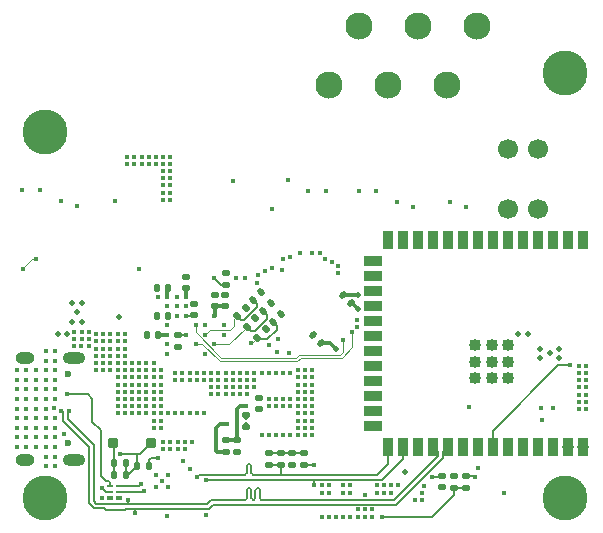
<source format=gbr>
%TF.GenerationSoftware,KiCad,Pcbnew,9.0.1*%
%TF.CreationDate,2025-05-01T00:05:03-04:00*%
%TF.ProjectId,main_board,6d61696e-5f62-46f6-9172-642e6b696361,rev?*%
%TF.SameCoordinates,Original*%
%TF.FileFunction,Copper,L6,Bot*%
%TF.FilePolarity,Positive*%
%FSLAX46Y46*%
G04 Gerber Fmt 4.6, Leading zero omitted, Abs format (unit mm)*
G04 Created by KiCad (PCBNEW 9.0.1) date 2025-05-01 00:05:03*
%MOMM*%
%LPD*%
G01*
G04 APERTURE LIST*
G04 Aperture macros list*
%AMRoundRect*
0 Rectangle with rounded corners*
0 $1 Rounding radius*
0 $2 $3 $4 $5 $6 $7 $8 $9 X,Y pos of 4 corners*
0 Add a 4 corners polygon primitive as box body*
4,1,4,$2,$3,$4,$5,$6,$7,$8,$9,$2,$3,0*
0 Add four circle primitives for the rounded corners*
1,1,$1+$1,$2,$3*
1,1,$1+$1,$4,$5*
1,1,$1+$1,$6,$7*
1,1,$1+$1,$8,$9*
0 Add four rect primitives between the rounded corners*
20,1,$1+$1,$2,$3,$4,$5,0*
20,1,$1+$1,$4,$5,$6,$7,0*
20,1,$1+$1,$6,$7,$8,$9,0*
20,1,$1+$1,$8,$9,$2,$3,0*%
G04 Aperture macros list end*
%TA.AperFunction,ComponentPad*%
%ADD10C,3.800000*%
%TD*%
%TA.AperFunction,SMDPad,CuDef*%
%ADD11RoundRect,0.135000X-0.185000X0.135000X-0.185000X-0.135000X0.185000X-0.135000X0.185000X0.135000X0*%
%TD*%
%TA.AperFunction,ComponentPad*%
%ADD12C,0.600000*%
%TD*%
%TA.AperFunction,ComponentPad*%
%ADD13O,1.900000X1.000000*%
%TD*%
%TA.AperFunction,ComponentPad*%
%ADD14O,1.600000X1.000000*%
%TD*%
%TA.AperFunction,ComponentPad*%
%ADD15C,2.300000*%
%TD*%
%TA.AperFunction,SMDPad,CuDef*%
%ADD16RoundRect,0.135000X-0.035355X0.226274X-0.226274X0.035355X0.035355X-0.226274X0.226274X-0.035355X0*%
%TD*%
%TA.AperFunction,SMDPad,CuDef*%
%ADD17RoundRect,0.140000X0.170000X-0.140000X0.170000X0.140000X-0.170000X0.140000X-0.170000X-0.140000X0*%
%TD*%
%TA.AperFunction,SMDPad,CuDef*%
%ADD18RoundRect,0.140000X0.021213X-0.219203X0.219203X-0.021213X-0.021213X0.219203X-0.219203X0.021213X0*%
%TD*%
%TA.AperFunction,SMDPad,CuDef*%
%ADD19R,0.900000X1.500000*%
%TD*%
%TA.AperFunction,SMDPad,CuDef*%
%ADD20R,1.500000X0.900000*%
%TD*%
%TA.AperFunction,SMDPad,CuDef*%
%ADD21R,0.900000X0.900000*%
%TD*%
%TA.AperFunction,SMDPad,CuDef*%
%ADD22RoundRect,0.135000X0.185000X-0.135000X0.185000X0.135000X-0.185000X0.135000X-0.185000X-0.135000X0*%
%TD*%
%TA.AperFunction,SMDPad,CuDef*%
%ADD23RoundRect,0.181818X-0.268182X-0.218182X0.268182X-0.218182X0.268182X0.218182X-0.268182X0.218182X0*%
%TD*%
%TA.AperFunction,SMDPad,CuDef*%
%ADD24RoundRect,0.181818X0.268182X0.218182X-0.268182X0.218182X-0.268182X-0.218182X0.268182X-0.218182X0*%
%TD*%
%TA.AperFunction,SMDPad,CuDef*%
%ADD25RoundRect,0.140000X-0.140000X-0.170000X0.140000X-0.170000X0.140000X0.170000X-0.140000X0.170000X0*%
%TD*%
%TA.AperFunction,SMDPad,CuDef*%
%ADD26RoundRect,0.140000X-0.170000X0.140000X-0.170000X-0.140000X0.170000X-0.140000X0.170000X0.140000X0*%
%TD*%
%TA.AperFunction,SMDPad,CuDef*%
%ADD27RoundRect,0.135000X-0.135000X-0.185000X0.135000X-0.185000X0.135000X0.185000X-0.135000X0.185000X0*%
%TD*%
%TA.AperFunction,SMDPad,CuDef*%
%ADD28RoundRect,0.140000X0.219203X0.021213X0.021213X0.219203X-0.219203X-0.021213X-0.021213X-0.219203X0*%
%TD*%
%TA.AperFunction,SMDPad,CuDef*%
%ADD29RoundRect,0.140000X-0.219203X-0.021213X-0.021213X-0.219203X0.219203X0.021213X0.021213X0.219203X0*%
%TD*%
%TA.AperFunction,SMDPad,CuDef*%
%ADD30RoundRect,0.140000X0.140000X0.170000X-0.140000X0.170000X-0.140000X-0.170000X0.140000X-0.170000X0*%
%TD*%
%TA.AperFunction,SMDPad,CuDef*%
%ADD31R,0.565000X0.200000*%
%TD*%
%TA.AperFunction,SMDPad,CuDef*%
%ADD32R,0.565000X0.400000*%
%TD*%
%TA.AperFunction,ComponentPad*%
%ADD33C,1.700000*%
%TD*%
%TA.AperFunction,ViaPad*%
%ADD34C,0.400000*%
%TD*%
%TA.AperFunction,ViaPad*%
%ADD35C,1.000000*%
%TD*%
%TA.AperFunction,ViaPad*%
%ADD36C,0.500000*%
%TD*%
%TA.AperFunction,ViaPad*%
%ADD37C,0.350000*%
%TD*%
%TA.AperFunction,Conductor*%
%ADD38C,0.304800*%
%TD*%
%TA.AperFunction,Conductor*%
%ADD39C,0.100000*%
%TD*%
%TA.AperFunction,Conductor*%
%ADD40C,0.203200*%
%TD*%
%TA.AperFunction,Conductor*%
%ADD41C,0.158242*%
%TD*%
%TA.AperFunction,Conductor*%
%ADD42C,0.076200*%
%TD*%
G04 APERTURE END LIST*
D10*
%TO.P,REF\u002A\u002A,1*%
%TO.N,N/C*%
X117000000Y-112000000D03*
%TD*%
D11*
%TO.P,R43,2*%
%TO.N,/MCU/PD_SCL*%
X136956800Y-109222000D03*
%TO.P,R43,1*%
%TO.N,+3V3*%
X136956800Y-108202000D03*
%TD*%
%TO.P,R42,1*%
%TO.N,+3V3*%
X138887200Y-108202000D03*
%TO.P,R42,2*%
%TO.N,/MCU/PD_SDA*%
X138887200Y-109222000D03*
%TD*%
%TO.P,R41,2*%
%TO.N,/MCU/PD_SCL*%
X135991600Y-109222000D03*
%TO.P,R41,1*%
%TO.N,+3V3*%
X135991600Y-108202000D03*
%TD*%
%TO.P,R40,1*%
%TO.N,+3V3*%
X137922000Y-108202000D03*
%TO.P,R40,2*%
%TO.N,/MCU/PD_SDA*%
X137922000Y-109222000D03*
%TD*%
D10*
%TO.P,REF\u002A\u002A,1*%
%TO.N,N/C*%
X161000000Y-76000000D03*
%TD*%
%TO.P,REF\u002A\u002A,1*%
%TO.N,N/C*%
X161000000Y-112000000D03*
%TD*%
%TO.P,REF\u002A\u002A,1*%
%TO.N,N/C*%
X117000000Y-81000000D03*
%TD*%
D12*
%TO.P,USB1,*%
%TO.N,*%
X118962800Y-101554800D03*
X118962800Y-107334800D03*
D13*
%TO.P,USB1,1*%
%TO.N,GND*%
X119462800Y-100124800D03*
%TO.P,USB1,2*%
X119462800Y-108764800D03*
D14*
%TO.P,USB1,3*%
X115282800Y-108764800D03*
%TO.P,USB1,4*%
X115282800Y-100124800D03*
%TD*%
D15*
%TO.P,CN3,1,1*%
%TO.N,/Motor/Gate Driver/H_BRIDGE_SHA*%
X141070000Y-77074400D03*
X143570000Y-72074400D03*
%TO.P,CN3,2,2*%
%TO.N,/Motor/Gate Driver/H_BRIDGE_SHB*%
X146070000Y-77074400D03*
X148570000Y-72074400D03*
%TO.P,CN3,3,3*%
%TO.N,/Motor/Gate Driver/H_BRIDGE_SHC*%
X151070000Y-77074400D03*
X153570000Y-72074400D03*
%TD*%
D16*
%TO.P,R31,1*%
%TO.N,Net-(U8-SOA)*%
X135708013Y-97717987D03*
%TO.P,R31,2*%
%TO.N,/Motor/Gate Driver/MOTOR_C_CURRENT_SENSE*%
X134986765Y-98439235D03*
%TD*%
D17*
%TO.P,C30,1*%
%TO.N,+3V3*%
X132270800Y-95783600D03*
%TO.P,C30,2*%
%TO.N,GND*%
X132270800Y-94823600D03*
%TD*%
D18*
%TO.P,C74,1*%
%TO.N,/Motor/Gate Driver/MOTOR_A_CURRENT_SENSE*%
X134601578Y-95268422D03*
%TO.P,C74,2*%
%TO.N,GND*%
X135280400Y-94589600D03*
%TD*%
D17*
%TO.P,C54,1*%
%TO.N,Net-(U3-SW)*%
X134023100Y-105979789D03*
%TO.P,C54,2*%
%TO.N,Net-(U3-BST)*%
X134023100Y-105019789D03*
%TD*%
%TO.P,C48,1*%
%TO.N,+3V3*%
X129603200Y-96504400D03*
%TO.P,C48,2*%
%TO.N,GND*%
X129603200Y-95544400D03*
%TD*%
D11*
%TO.P,R21,1*%
%TO.N,/MCU/STM32_EN*%
X128270000Y-98194400D03*
%TO.P,R21,2*%
%TO.N,GND*%
X128270000Y-99214400D03*
%TD*%
D18*
%TO.P,C58,1*%
%TO.N,/Motor/Gate Driver/MOTOR_C_CURRENT_SENSE*%
X136328778Y-97097222D03*
%TO.P,C58,2*%
%TO.N,GND*%
X137007600Y-96418400D03*
%TD*%
D17*
%TO.P,C51,1*%
%TO.N,+3V3*%
X131356400Y-95783600D03*
%TO.P,C51,2*%
%TO.N,GND*%
X131356400Y-94823600D03*
%TD*%
D16*
%TO.P,R32,1*%
%TO.N,Net-(U8-SOB)*%
X134793613Y-96803587D03*
%TO.P,R32,2*%
%TO.N,/Motor/Gate Driver/MOTOR_B_CURRENT_SENSE*%
X134072365Y-97524835D03*
%TD*%
D18*
%TO.P,C73,1*%
%TO.N,/Motor/Gate Driver/MOTOR_B_CURRENT_SENSE*%
X135414378Y-96182822D03*
%TO.P,C73,2*%
%TO.N,GND*%
X136093200Y-95504000D03*
%TD*%
D19*
%TO.P,U6,1,GND*%
%TO.N,GND*%
X162536800Y-107708400D03*
%TO.P,U6,2,3V3*%
%TO.N,+3V3*%
X161266800Y-107708400D03*
%TO.P,U6,3,EN*%
%TO.N,Net-(U6-EN)*%
X159996800Y-107708400D03*
%TO.P,U6,4,IO4*%
%TO.N,/MCU/EN_12V*%
X158726800Y-107708400D03*
%TO.P,U6,5,IO5*%
%TO.N,/MCU/PD_INT_N*%
X157456800Y-107708400D03*
%TO.P,U6,6,IO6*%
%TO.N,/MCU/PD_FAULT*%
X156186800Y-107708400D03*
%TO.P,U6,7,IO7*%
%TO.N,/CAN Transceiver1/CAN_RX*%
X154916800Y-107708400D03*
%TO.P,U6,8,IO15*%
%TO.N,/CAN Transceiver1/CAN_TX*%
X153646800Y-107708400D03*
%TO.P,U6,9,IO16*%
%TO.N,/Expansion Port/EXPANSION_IO16*%
X152376800Y-107708400D03*
%TO.P,U6,10,IO17*%
%TO.N,/MCU/USB_D-*%
X151106800Y-107708400D03*
%TO.P,U6,11,IO18*%
%TO.N,/MCU/USB_D+*%
X149836800Y-107708400D03*
%TO.P,U6,12,IO8*%
%TO.N,/Expansion Port/EXPANSION_IO8*%
X148566800Y-107708400D03*
%TO.P,U6,13,IO19*%
%TO.N,/MCU/PD_SDA*%
X147296800Y-107708400D03*
%TO.P,U6,14,IO20*%
%TO.N,/MCU/PD_SCL*%
X146026800Y-107708400D03*
D20*
%TO.P,U6,15,IO3*%
%TO.N,/Expansion Port/EXPANSION_IO3*%
X144776800Y-105943400D03*
%TO.P,U6,16,IO46*%
%TO.N,/Expansion Port/EXPANSION_IO46*%
X144776800Y-104673400D03*
%TO.P,U6,17,IO9*%
%TO.N,/Expansion Port/EXPANSION_IO9*%
X144776800Y-103403400D03*
%TO.P,U6,18,IO10*%
%TO.N,/Expansion Port/EXPANSION_IO10*%
X144776800Y-102133400D03*
%TO.P,U6,19,IO11*%
%TO.N,/Expansion Port/EXPANSION_IO11*%
X144776800Y-100863400D03*
%TO.P,U6,20,IO12*%
%TO.N,/Expansion Port/EXPANSION_IO12*%
X144776800Y-99593400D03*
%TO.P,U6,21,IO13*%
%TO.N,/Expansion Port/EXPANSION_IO13*%
X144776800Y-98323400D03*
%TO.P,U6,22,IO14*%
%TO.N,/Expansion Port/EXPANSION_IO14*%
X144776800Y-97053400D03*
%TO.P,U6,23,IO21*%
%TO.N,/Expansion Port/EXPANSION_IO21*%
X144776800Y-95783400D03*
%TO.P,U6,24,IO47*%
%TO.N,/Expansion Port/EXPANSION_IO47*%
X144776800Y-94513400D03*
%TO.P,U6,25,IO48*%
%TO.N,/Expansion Port/EXPANSION_IO48*%
X144776800Y-93243400D03*
%TO.P,U6,26,IO45*%
%TO.N,/Expansion Port/EXPANSION_IO45*%
X144776800Y-91973400D03*
D19*
%TO.P,U6,27,IO0*%
%TO.N,Net-(U6-IO0)*%
X146026800Y-90208400D03*
%TO.P,U6,28,IO35*%
%TO.N,/Expansion Port/EXPANSION_IO35*%
X147296800Y-90208400D03*
%TO.P,U6,29,IO36*%
%TO.N,/Expansion Port/EXPANSION_IO36*%
X148566800Y-90208400D03*
%TO.P,U6,30,IO37*%
%TO.N,/Expansion Port/EXPANSION_IO37*%
X149836800Y-90208400D03*
%TO.P,U6,31,IO38*%
%TO.N,/Expansion Port/EXPANSION_IO38*%
X151106800Y-90208400D03*
%TO.P,U6,32,IO39*%
%TO.N,/MCU/STM32_EN*%
X152376800Y-90208400D03*
%TO.P,U6,33,IO40*%
%TO.N,/Expansion Port/EXPANSION_IO40*%
X153646800Y-90208400D03*
%TO.P,U6,34,IO41*%
%TO.N,/Expansion Port/EXPANSION_IO41*%
X154916800Y-90208400D03*
%TO.P,U6,35,IO42*%
%TO.N,/Expansion Port/EXPANSION_IO42*%
X156186800Y-90208400D03*
%TO.P,U6,36,RXD0*%
%TO.N,unconnected-(U6-RXD0-Pad36)*%
X157456800Y-90208400D03*
%TO.P,U6,37,TXD0*%
%TO.N,unconnected-(U6-TXD0-Pad37)*%
X158726800Y-90208400D03*
%TO.P,U6,38,IO2*%
%TO.N,/Expansion Port/EXPANSION_IO2*%
X159996800Y-90208400D03*
%TO.P,U6,39,IO1*%
%TO.N,/Expansion Port/EXPANSION_IO1*%
X161266800Y-90208400D03*
%TO.P,U6,40,GND*%
%TO.N,GND*%
X162536800Y-90208400D03*
D21*
%TO.P,U6,41_1,EPAD*%
X154816800Y-100458400D03*
%TO.P,U6,41_2,EPAD*%
X154816800Y-101858400D03*
%TO.P,U6,41_3,EPAD*%
X154816800Y-99058400D03*
%TO.P,U6,41_4,EPAD*%
X153416800Y-101858400D03*
%TO.P,U6,41_5,EPAD*%
X153416800Y-100458400D03*
%TO.P,U6,41_6,EPAD*%
X153416800Y-99058400D03*
%TO.P,U6,41_7,EPAD*%
X156216800Y-101858400D03*
%TO.P,U6,41_8,EPAD*%
X156216800Y-100458400D03*
%TO.P,U6,41_9,EPAD*%
X156216800Y-99058400D03*
%TD*%
D17*
%TO.P,C49,1*%
%TO.N,+3V3*%
X128968800Y-94218800D03*
%TO.P,C49,2*%
%TO.N,GND*%
X128968800Y-93258800D03*
%TD*%
D22*
%TO.P,R25,1*%
%TO.N,+3V3*%
X133280800Y-108112400D03*
%TO.P,R25,2*%
%TO.N,Net-(U3-FB)*%
X133280800Y-107092400D03*
%TD*%
D23*
%TO.P,D4,1,C*%
%TO.N,/Power/VBUS_IN*%
X122758400Y-107391200D03*
D24*
%TO.P,D4,2,A*%
%TO.N,Net-(D4-A)*%
X125958400Y-107391200D03*
%TD*%
D17*
%TO.P,C25,1*%
%TO.N,Net-(U3-SS)*%
X135128000Y-104518400D03*
%TO.P,C25,2*%
%TO.N,GND*%
X135128000Y-103558400D03*
%TD*%
D25*
%TO.P,C27,1*%
%TO.N,/Power/VBUS_IN*%
X122862400Y-109016800D03*
%TO.P,C27,2*%
%TO.N,Net-(D4-A)*%
X123822400Y-109016800D03*
%TD*%
D16*
%TO.P,R33,1*%
%TO.N,Net-(U8-SOC)*%
X133980813Y-95889187D03*
%TO.P,R33,2*%
%TO.N,/Motor/Gate Driver/MOTOR_A_CURRENT_SENSE*%
X133259565Y-96610435D03*
%TD*%
D26*
%TO.P,C55,1*%
%TO.N,Net-(U2-SW)*%
X150571200Y-110162400D03*
%TO.P,C55,2*%
%TO.N,Net-(U2-CB)*%
X150571200Y-111122400D03*
%TD*%
D27*
%TO.P,R11,1*%
%TO.N,/Power/VBUS_IN*%
X122830400Y-110032800D03*
%TO.P,R11,2*%
%TO.N,Net-(D4-A)*%
X123850400Y-110032800D03*
%TD*%
%TO.P,R36,1*%
%TO.N,Net-(D4-A)*%
X124762800Y-109321600D03*
%TO.P,R36,2*%
%TO.N,/Power/VBUS_SWITCH_GATE*%
X125782800Y-109321600D03*
%TD*%
D11*
%TO.P,R34,1*%
%TO.N,Net-(U3-FB)*%
X132283200Y-107082400D03*
%TO.P,R34,2*%
%TO.N,GND*%
X132283200Y-108102400D03*
%TD*%
%TO.P,R12,1*%
%TO.N,+12V*%
X151587200Y-110130400D03*
%TO.P,R12,2*%
%TO.N,Net-(U2-FB)*%
X151587200Y-111150400D03*
%TD*%
D28*
%TO.P,C26,1*%
%TO.N,Net-(U8-DVDD)*%
X140344211Y-98891411D03*
%TO.P,C26,2*%
%TO.N,GND*%
X139665389Y-98212589D03*
%TD*%
D29*
%TO.P,C21,1*%
%TO.N,Net-(U8-CPH)*%
X142205389Y-94859789D03*
%TO.P,C21,2*%
%TO.N,Net-(U8-CPL)*%
X142884211Y-95538611D03*
%TD*%
D30*
%TO.P,C46,1*%
%TO.N,+3V3*%
X127441600Y-96596400D03*
%TO.P,C46,2*%
%TO.N,GND*%
X126481600Y-96596400D03*
%TD*%
%TO.P,C50,1*%
%TO.N,+3V3*%
X126604000Y-98222000D03*
%TO.P,C50,2*%
%TO.N,GND*%
X125644000Y-98222000D03*
%TD*%
D11*
%TO.P,R17,1*%
%TO.N,+3V3*%
X132295600Y-92923600D03*
%TO.P,R17,2*%
%TO.N,/Motor/Gate Driver/GATE_DRIVER_NFAULT*%
X132295600Y-93943600D03*
%TD*%
D22*
%TO.P,R35,1*%
%TO.N,Net-(U2-FB)*%
X152603200Y-111150400D03*
%TO.P,R35,2*%
%TO.N,GND*%
X152603200Y-110130400D03*
%TD*%
D30*
%TO.P,C47,1*%
%TO.N,+3V3*%
X127441600Y-94195600D03*
%TO.P,C47,2*%
%TO.N,GND*%
X126481600Y-94195600D03*
%TD*%
D31*
%TO.P,D3,1*%
%TO.N,Net-(U1-CC1)*%
X123302700Y-111014000D03*
%TO.P,D3,2*%
%TO.N,Net-(U1-CC2)*%
X123302700Y-111514000D03*
D32*
%TO.P,D3,3,GND*%
%TO.N,GND*%
X123302700Y-112014000D03*
D31*
%TO.P,D3,4*%
%TO.N,/MCU/USB_D+*%
X123302700Y-112514000D03*
%TO.P,D3,5*%
%TO.N,/MCU/USB_D-*%
X123302700Y-113014000D03*
%TO.P,D3,6*%
X122467700Y-113014000D03*
%TO.P,D3,7*%
%TO.N,/MCU/USB_D+*%
X122467700Y-112514000D03*
D32*
%TO.P,D3,8,GND*%
%TO.N,GND*%
X122467700Y-112014000D03*
D31*
%TO.P,D3,9*%
%TO.N,Net-(U1-CC2)*%
X122467700Y-111514000D03*
%TO.P,D3,10*%
%TO.N,Net-(U1-CC1)*%
X122467700Y-111014000D03*
%TD*%
D33*
%TO.P,CN1,1,1*%
%TO.N,GND*%
X156230000Y-82460000D03*
X156230000Y-87540000D03*
%TO.P,CN1,2,2*%
%TO.N,+12V*%
X158770000Y-82460000D03*
X158770000Y-87540000D03*
%TD*%
D34*
%TO.N,VBUS*%
X119481600Y-97953003D03*
X120091200Y-97942400D03*
X120700800Y-97942400D03*
X120080563Y-99154588D03*
X120700800Y-99161600D03*
X119481600Y-99161600D03*
X120700800Y-98552000D03*
X120091200Y-98552000D03*
X119481600Y-98552000D03*
X121310400Y-99364800D03*
X121310400Y-99974400D03*
X121310400Y-100584000D03*
X121310400Y-101193600D03*
X129438400Y-107289600D03*
X127000000Y-107289600D03*
X127000000Y-107899200D03*
X128828800Y-107899200D03*
X128219200Y-107899200D03*
X127609600Y-107899200D03*
X128828800Y-107289600D03*
X128219200Y-107289600D03*
X127609600Y-107289600D03*
X126187200Y-106070400D03*
X126796800Y-106070400D03*
X126796800Y-105460800D03*
X126187200Y-105460800D03*
X121310400Y-98145600D03*
X121920000Y-98145600D03*
X123139200Y-98145600D03*
X122529600Y-98145600D03*
X123748800Y-98145600D03*
X123139200Y-99974400D03*
X121920000Y-98755200D03*
X121310400Y-98755200D03*
X123748800Y-98755200D03*
X121920000Y-101193600D03*
X121920000Y-100584000D03*
X126187200Y-100584000D03*
X125577600Y-100584000D03*
X123139200Y-100584000D03*
X124358400Y-100584000D03*
X123139200Y-99364800D03*
X123139200Y-98755200D03*
X121920000Y-99974400D03*
X122529600Y-100584000D03*
X124968000Y-100584000D03*
X122529600Y-98755200D03*
X123748800Y-100584000D03*
X122529600Y-99974400D03*
X121920000Y-99364800D03*
X122529600Y-101193600D03*
X123748800Y-99364800D03*
X123748800Y-99974400D03*
X122529600Y-99364800D03*
X125577600Y-101193600D03*
X126796800Y-101193600D03*
X124968000Y-101193600D03*
X123139200Y-101193600D03*
X124358400Y-101193600D03*
X126187200Y-101193600D03*
X123748800Y-101193600D03*
X126796800Y-101803200D03*
X125577600Y-101803200D03*
X123139200Y-101803200D03*
X124968000Y-101803200D03*
X123748800Y-101803200D03*
X126187200Y-101803200D03*
X124358400Y-101803200D03*
X126796800Y-102412800D03*
X125577600Y-102412800D03*
X123139200Y-102412800D03*
X124968000Y-102412800D03*
X123748800Y-102412800D03*
X126187200Y-102412800D03*
X124358400Y-102412800D03*
X126796800Y-103022400D03*
X125577600Y-103022400D03*
X123139200Y-103022400D03*
X124968000Y-103022400D03*
X123748800Y-103022400D03*
X126187200Y-103022400D03*
X124358400Y-103022400D03*
X126796800Y-103632000D03*
X125577600Y-103632000D03*
X123139200Y-103632000D03*
X124968000Y-103632000D03*
X123748800Y-103632000D03*
X126187200Y-103632000D03*
X124358400Y-103632000D03*
X126796800Y-104241600D03*
X125577600Y-104241600D03*
X123139200Y-104241600D03*
X124968000Y-104241600D03*
X123748800Y-104241600D03*
X126187200Y-104241600D03*
X124358400Y-104241600D03*
X130454400Y-104851200D03*
X129844800Y-104851200D03*
X129235200Y-104851200D03*
X128625600Y-104851200D03*
X128016000Y-104851200D03*
X127406400Y-104851200D03*
X126796800Y-104851200D03*
X126187200Y-104851200D03*
X125577600Y-104851200D03*
X124968000Y-104851200D03*
X124358400Y-104851200D03*
X123748800Y-104851200D03*
X123139200Y-104851200D03*
%TO.N,*%
X135940800Y-104241600D03*
X136550400Y-104241600D03*
X137160000Y-104241600D03*
X137769600Y-104241600D03*
%TO.N,+3V3*%
X135331200Y-106680000D03*
X135940800Y-106680000D03*
X136550400Y-106680000D03*
X137160000Y-106680000D03*
X137769600Y-106680000D03*
X139598400Y-106070400D03*
X138379200Y-106680000D03*
X139598400Y-106680000D03*
X138988800Y-106070400D03*
X138988800Y-106680000D03*
X138379200Y-106070400D03*
X139598400Y-104851200D03*
X138379200Y-105460800D03*
X139598400Y-105460800D03*
X138988800Y-104851200D03*
X138988800Y-105460800D03*
X138379200Y-104851200D03*
X139598400Y-103632000D03*
X138379200Y-104241600D03*
X139598400Y-104241600D03*
X138988800Y-103632000D03*
X138988800Y-104241600D03*
X138379200Y-103632000D03*
X139598400Y-102412800D03*
X138379200Y-103022400D03*
X139598400Y-103022400D03*
X138988800Y-102412800D03*
X138988800Y-103022400D03*
X138379200Y-102412800D03*
X138379200Y-101803200D03*
X138988800Y-101803200D03*
X139598400Y-101803200D03*
X139598400Y-101193600D03*
X138988800Y-101193600D03*
X138379200Y-101193600D03*
%TO.N,GND*%
X144068800Y-111760000D03*
X145084800Y-111556800D03*
X145084800Y-110947200D03*
X142240000Y-110947200D03*
X142849600Y-110947200D03*
X142849600Y-111556800D03*
X142240000Y-111556800D03*
X141020800Y-111556800D03*
X141020800Y-110947200D03*
X140411200Y-110947200D03*
X140411200Y-111556800D03*
X144678400Y-112979200D03*
X144068800Y-112979200D03*
X143459200Y-112979200D03*
%TO.N,/MCU/PD_SDA*%
X139750800Y-109220000D03*
X139750800Y-110947200D03*
X130606800Y-110490000D03*
%TO.N,/MCU/PD_SCL*%
X129844800Y-110236000D03*
%TO.N,/MCU/USB_D+*%
X124002800Y-112166400D03*
%TO.N,/MCU/USB_D-*%
X124612400Y-113284000D03*
%TO.N,Net-(U1-CC1)*%
X125157000Y-110822832D03*
%TO.N,Net-(U1-CC2)*%
X125391400Y-111449859D03*
%TO.N,/MCU/USB_D+*%
X119008401Y-104648000D03*
%TO.N,*%
X162211200Y-103263400D03*
X127000000Y-86766400D03*
X162211200Y-103873000D03*
X162211200Y-104482600D03*
X162211200Y-101434600D03*
X162820800Y-102653800D03*
X127609600Y-83718400D03*
X162820800Y-100825000D03*
X127000000Y-83108800D03*
X162211200Y-102044200D03*
X125171200Y-83108800D03*
X162820800Y-101434600D03*
X127609600Y-83108800D03*
X123952000Y-83718400D03*
X127609600Y-84328000D03*
X162820800Y-103873000D03*
X162820800Y-102044200D03*
X125780800Y-83718400D03*
X124561600Y-83718400D03*
X127000000Y-86156800D03*
X124561600Y-83108800D03*
X127000000Y-85547200D03*
X125171200Y-83718400D03*
X162211200Y-102653800D03*
X162820800Y-103263400D03*
X127000000Y-83718400D03*
X125780800Y-83108800D03*
X127000000Y-84937600D03*
X123952000Y-83108800D03*
X127000000Y-84328000D03*
X126390400Y-83108800D03*
X127609600Y-85547200D03*
X126390400Y-83718400D03*
X162211200Y-100825000D03*
X162820800Y-104482600D03*
X127609600Y-86766400D03*
X127609600Y-84937600D03*
X127609600Y-86156800D03*
%TO.N,+3V3*%
X127343200Y-94983600D03*
X131343199Y-96583601D03*
X128943200Y-94983600D03*
X127343202Y-98183600D03*
X127343200Y-96583600D03*
X128943200Y-96583600D03*
D35*
X161266800Y-107708400D03*
D34*
%TO.N,GND*%
X116230400Y-102006400D03*
X116230400Y-106070400D03*
X148945600Y-112166400D03*
X115417600Y-103632000D03*
X134721600Y-102006400D03*
X142240000Y-113588800D03*
X148336000Y-112166400D03*
X117856000Y-108508800D03*
X132892800Y-103225600D03*
X116230400Y-101193600D03*
X128625600Y-102006400D03*
X114604800Y-103632000D03*
X115417600Y-106070400D03*
X143459200Y-113588800D03*
X134112000Y-102006400D03*
X115417600Y-102819200D03*
D35*
X153416800Y-101858400D03*
X156216800Y-99058400D03*
D34*
X117043200Y-107696000D03*
X140793600Y-85987397D03*
X117856000Y-102006400D03*
X117043200Y-101193600D03*
X137160000Y-101396800D03*
X143541600Y-85987397D03*
D35*
X162536800Y-107708400D03*
D34*
X128943200Y-95783600D03*
X121804989Y-111995011D03*
X136550400Y-103632000D03*
X159051200Y-105384600D03*
X148945600Y-111556800D03*
X131064000Y-102006400D03*
X145694400Y-111556800D03*
X155897400Y-111556800D03*
X130657600Y-113487200D03*
X144068800Y-113588800D03*
X131673600Y-102006400D03*
X115417600Y-105257600D03*
X117043200Y-105257600D03*
D36*
X135128000Y-103558400D03*
D34*
X117856000Y-103632000D03*
X127300000Y-113500000D03*
X145694400Y-110947200D03*
X127343200Y-95783600D03*
X132283200Y-102006400D03*
X132410200Y-105741978D03*
D36*
X118872000Y-98105403D03*
D34*
X114604800Y-106883200D03*
X131064000Y-103225600D03*
X133502400Y-102616000D03*
X117043200Y-108508800D03*
D35*
X154816800Y-99058400D03*
D34*
X128143200Y-96583600D03*
X117856000Y-101193600D03*
X117856000Y-100380800D03*
X115417600Y-102006400D03*
X128016000Y-101396800D03*
X141020800Y-113588800D03*
X131064000Y-101396800D03*
X117856000Y-109321600D03*
D36*
X118059201Y-98105404D03*
D34*
X142849600Y-113588800D03*
X146304000Y-110947200D03*
X134112000Y-101396800D03*
X115074000Y-85953600D03*
X114604800Y-102819200D03*
X160041200Y-104419400D03*
D35*
X154816800Y-101858400D03*
D34*
X131673600Y-103225600D03*
X116230400Y-106883200D03*
X127400000Y-111100000D03*
X134721600Y-102616000D03*
X133502400Y-103225600D03*
X116230400Y-102819200D03*
X117043200Y-109321600D03*
X132143200Y-97383600D03*
X114604800Y-102006400D03*
X117830273Y-105270493D03*
X140411200Y-113588800D03*
D36*
X160528000Y-100177600D03*
D34*
X115417600Y-106883200D03*
X133502400Y-102006400D03*
X115417600Y-104444800D03*
X146304000Y-111556800D03*
D35*
X156216800Y-101858400D03*
D34*
X137769600Y-103632000D03*
X132283200Y-102616000D03*
X117043200Y-102819200D03*
X126400000Y-110100000D03*
X117043200Y-99568000D03*
D36*
X160528000Y-99364800D03*
X119278400Y-97089403D03*
X157073600Y-98145600D03*
X158902400Y-99364800D03*
D34*
X134112000Y-102616000D03*
X114604800Y-104444800D03*
X117043200Y-104444800D03*
X116230400Y-107696000D03*
X130454400Y-102006400D03*
X139598400Y-91236800D03*
D35*
X153416800Y-99058400D03*
D34*
X144678400Y-113588800D03*
X114604800Y-101193600D03*
X117043200Y-103632000D03*
X117856000Y-99568000D03*
D36*
X120091200Y-95463803D03*
X119684800Y-96276603D03*
D34*
X132283200Y-103225600D03*
X137160000Y-103632000D03*
X152884200Y-104317800D03*
X137769600Y-101396800D03*
X117856000Y-107696000D03*
X129844800Y-101396800D03*
D36*
X123240800Y-96683003D03*
D34*
X153416000Y-110229600D03*
D36*
X158902400Y-100177600D03*
D34*
X117043200Y-100380800D03*
X141630400Y-113588800D03*
X129235200Y-101396800D03*
X115417600Y-107696000D03*
X117043200Y-102006400D03*
X114604800Y-105257600D03*
X128143200Y-95783600D03*
X131673600Y-102616000D03*
X130454400Y-101396800D03*
X133502400Y-101396800D03*
X136550400Y-101396800D03*
X131673600Y-101396800D03*
X117856000Y-106070400D03*
D36*
X119278400Y-95463803D03*
D34*
X135940800Y-103632000D03*
X117791706Y-104423267D03*
D35*
X156216800Y-100458400D03*
D34*
X117856000Y-106883200D03*
X128625600Y-101396800D03*
X129844800Y-102006400D03*
X127343200Y-98983600D03*
D35*
X154816800Y-100458400D03*
D34*
X146913600Y-110914062D03*
X114604800Y-106070400D03*
D35*
X153416800Y-100458400D03*
D34*
X132892800Y-102616000D03*
D36*
X159735401Y-99720400D03*
D34*
X135331200Y-101396800D03*
X126400000Y-111100000D03*
X132283200Y-101396800D03*
X133197600Y-93370400D03*
X117043200Y-106883200D03*
X117043200Y-106070400D03*
X149086168Y-111019137D03*
X132892800Y-101396800D03*
X116230400Y-104444800D03*
X127400000Y-110100000D03*
X129235200Y-102006400D03*
X117856000Y-102819200D03*
X115417600Y-101193600D03*
D36*
X157886400Y-98145600D03*
D34*
X126900000Y-110600000D03*
X135940800Y-101396800D03*
X116230400Y-105257600D03*
X132892800Y-102006400D03*
X128016000Y-102006400D03*
D36*
X147457201Y-109812498D03*
D34*
X134112000Y-103225600D03*
X131064000Y-102616000D03*
X128143200Y-94983600D03*
X114604800Y-107696000D03*
X116230400Y-103632000D03*
D36*
X120091200Y-97089403D03*
D34*
X138582400Y-91236800D03*
X134721600Y-101396800D03*
%TO.N,VBUS*%
X152622800Y-87409797D03*
X141839535Y-92925312D03*
D36*
%TO.N,Net-(U8-CPH)*%
X143515147Y-94856437D03*
%TO.N,Net-(U8-CPL)*%
X143459200Y-96012000D03*
%TO.N,Net-(U3-SS)*%
X135128000Y-104518400D03*
%TO.N,Net-(U8-DVDD)*%
X141630400Y-99372800D03*
D34*
%TO.N,Net-(D4-A)*%
X123342400Y-108300000D03*
%TO.N,Net-(U6-EN)*%
X159996800Y-107708400D03*
D37*
%TO.N,Net-(U3-SW)*%
X134023100Y-105741978D03*
%TO.N,Net-(U3-BST)*%
X134023100Y-105245789D03*
D34*
%TO.N,Net-(U2-SW)*%
X149758400Y-110236000D03*
%TO.N,/Motor/Gate Driver/MOTOR_C_CURRENT_SENSE*%
X134416800Y-98907600D03*
X132143200Y-98183600D03*
%TO.N,/Motor/Gate Driver/MOTOR_B_CURRENT_SENSE*%
X131343200Y-98983600D03*
%TO.N,/Motor/Gate Driver/MOTOR_A_CURRENT_SENSE*%
X130543200Y-98183600D03*
%TO.N,/MCU/USB_D-*%
X118365747Y-104608549D03*
%TO.N,Net-(U1-CC2)*%
X118567546Y-106631961D03*
%TO.N,Net-(U1-CC1)*%
X118872000Y-103225600D03*
%TO.N,Net-(U2-FB)*%
X145491200Y-113588800D03*
%TO.N,/MCU/STM32_EN*%
X128943200Y-98183600D03*
%TO.N,Net-(U3-FB)*%
X134010400Y-104241600D03*
%TO.N,/Motor/Gate Driver/GATE_DRIVER_NFAULT*%
X131343200Y-93383600D03*
%TO.N,/Motor/Gate Driver/H_BRIDGE_SPA*%
X140309600Y-91236800D03*
X145041600Y-85987397D03*
%TO.N,/Motor/Gate Driver/H_BRIDGE_SPB*%
X139293600Y-85987397D03*
X137766855Y-91568127D03*
%TO.N,Net-(U8-SOA)*%
X135636000Y-97637600D03*
%TO.N,Net-(U8-SOB)*%
X134793613Y-96803587D03*
%TO.N,Net-(U8-SOC)*%
X133980813Y-95889187D03*
%TO.N,/Power/VBUS_SWITCH_GATE*%
X126600000Y-108600000D03*
%TO.N,/MCU/EN_12V*%
X159021200Y-104419400D03*
X158726800Y-107708400D03*
%TO.N,/MCU/PD_INT_N*%
X157456800Y-107708400D03*
X129235200Y-109524800D03*
%TO.N,/MCU/PD_FAULT*%
X156186800Y-107708400D03*
X128687499Y-108915200D03*
%TO.N,/CAN Transceiver1/CAN_RX*%
X161442400Y-100787200D03*
%TO.N,/CAN Transceiver1/CAN_TX*%
X153646800Y-109467600D03*
%TO.N,/Motor/Gate Driver/H_BRIDGE_SPC*%
X116574000Y-85953600D03*
X133908800Y-93370400D03*
%TO.N,/Motor/Gate Driver/GATE_DRIVER_INHA*%
X142240000Y-98653600D03*
X129743200Y-97383600D03*
%TO.N,/Motor/Gate Driver/GATE_DRIVER_SDI*%
X127343200Y-97383600D03*
X135934113Y-99086093D03*
%TO.N,/Motor/Gate Driver/GATE_DRIVER_NSCS*%
X137668000Y-99720400D03*
X130543200Y-97383600D03*
%TO.N,/Motor/Gate Driver/GATE_DRIVER_SDO*%
X136748911Y-98573043D03*
X124943200Y-92583600D03*
%TO.N,/Motor/Gate Driver/GATE_DRIVER_INHB*%
X129743200Y-98983600D03*
X143002000Y-97993200D03*
%TO.N,/Motor/Gate Driver/GATE_DRIVER_SCLK*%
X126543200Y-94983600D03*
X136652000Y-99684763D03*
%TO.N,/Motor/Gate Driver/GATE_DRIVER_INLA*%
X143443643Y-96961867D03*
X127343200Y-99783600D03*
%TO.N,/Motor/Gate Driver/GATE_DRIVER_INHC*%
X143408400Y-97536000D03*
X130543200Y-99783600D03*
%TO.N,/Motor/Gate Driver/H_BRIDGE_GHC*%
X135636000Y-92760800D03*
X122955600Y-86840597D03*
%TO.N,/Motor/Gate Driver/H_BRIDGE_GHA*%
X141783185Y-92327961D03*
X151272800Y-86929797D03*
%TO.N,/Motor/Gate Driver/H_BRIDGE_GLC*%
X118333200Y-86840597D03*
X134924800Y-93776800D03*
%TO.N,/Motor/Gate Driver/H_BRIDGE_GLA*%
X140734739Y-91745628D03*
X146802400Y-86929797D03*
%TO.N,/Motor/Gate Driver/H_BRIDGE_GHB*%
X132931600Y-85134197D03*
X136245600Y-92557600D03*
%TO.N,/Motor/Gate Driver/H_BRIDGE_GLB*%
X137554000Y-85124597D03*
X137109200Y-91744800D03*
%TO.N,/Motor/Gate Driver/H_BRIDGE_SHC*%
X135026400Y-93167200D03*
X119683200Y-87320597D03*
%TO.N,/Motor/Gate Driver/H_BRIDGE_SHB*%
X136204000Y-87544597D03*
X137032239Y-92665756D03*
%TO.N,/Motor/Gate Driver/H_BRIDGE_SHA*%
X141268851Y-92018990D03*
X148152400Y-87409797D03*
%TO.N,/CAN_P*%
X116199800Y-91795600D03*
X115143989Y-92606505D03*
%TO.N,Net-(U1-CC2)*%
X121806325Y-111170862D03*
%TO.N,GND*%
X123317500Y-111996798D03*
X122481627Y-111991270D03*
%TD*%
D38*
%TO.N,Net-(U8-CPH)*%
X143511795Y-94859789D02*
X143515147Y-94856437D01*
X142205389Y-94859789D02*
X143511795Y-94859789D01*
D39*
%TO.N,/CAN_P*%
X115874800Y-91795600D02*
X116199800Y-91795600D01*
X115143989Y-92526411D02*
X115874800Y-91795600D01*
X115143989Y-92606505D02*
X115143989Y-92526411D01*
D40*
%TO.N,/MCU/PD_SDA*%
X147296800Y-107708400D02*
X147296800Y-108735200D01*
X147296800Y-108735200D02*
X145542000Y-110490000D01*
X145542000Y-110490000D02*
X139496800Y-110490000D01*
%TO.N,+3V3*%
X135991600Y-108202000D02*
X138887200Y-108202000D01*
%TO.N,/MCU/PD_SDA*%
X138887200Y-109222000D02*
X139748800Y-109222000D01*
X139748800Y-109222000D02*
X139750800Y-109220000D01*
X139750800Y-110490000D02*
X139750800Y-110947200D01*
%TO.N,/MCU/PD_SCL*%
X145084800Y-110032800D02*
X136702800Y-110032800D01*
X136956800Y-109222000D02*
X136956800Y-110032800D01*
X135991600Y-109222000D02*
X136956800Y-109222000D01*
X134440921Y-109269706D02*
G75*
G03*
X134298681Y-109127479I-142221J6D01*
G01*
X146026800Y-109090800D02*
X145084800Y-110032800D01*
X134583161Y-110032800D02*
G75*
G02*
X134441000Y-109890560I39J142200D01*
G01*
X133871961Y-110032800D02*
X132552518Y-110032800D01*
X134298681Y-109127466D02*
X134227561Y-109127466D01*
X132552518Y-110032800D02*
X130048000Y-110032800D01*
X134227561Y-109127466D02*
G75*
G03*
X134085366Y-109269706I39J-142234D01*
G01*
X134085321Y-109890560D02*
G75*
G02*
X133943081Y-110032821I-142221J-40D01*
G01*
X130048000Y-110032800D02*
X129844800Y-110236000D01*
X134440921Y-109890560D02*
X134440921Y-109269706D01*
X133943081Y-110032800D02*
X133871961Y-110032800D01*
X136702800Y-110032800D02*
X134583161Y-110032800D01*
X134085321Y-109269706D02*
X134085321Y-109890560D01*
X146026800Y-107708400D02*
X146026800Y-109090800D01*
%TO.N,/MCU/PD_SDA*%
X139496800Y-110490000D02*
X130606800Y-110490000D01*
D41*
%TO.N,/MCU/USB_D+*%
X123787130Y-112545879D02*
X124002800Y-112545879D01*
X124002800Y-112166400D02*
X124002800Y-112545879D01*
%TO.N,/MCU/USB_D-*%
X123787130Y-112954121D02*
X124612400Y-112954121D01*
X124612400Y-113284000D02*
X124612400Y-112954121D01*
D40*
%TO.N,Net-(U1-CC1)*%
X123331500Y-111014000D02*
X124965832Y-111014000D01*
X124965832Y-111014000D02*
X125157000Y-110822832D01*
D41*
%TO.N,/MCU/USB_D+*%
X134314049Y-111165479D02*
G75*
G02*
X134458721Y-111310055I51J-144621D01*
G01*
X135181509Y-112020903D02*
G75*
G03*
X135326085Y-112165491I144591J3D01*
G01*
X133952607Y-112165479D02*
G75*
G03*
X134097179Y-112020903I-7J144579D01*
G01*
X134675491Y-112165479D02*
G75*
G03*
X134820079Y-112020903I9J144579D01*
G01*
X135181509Y-111310055D02*
X135181509Y-112020903D01*
X134097183Y-111310055D02*
G75*
G02*
X134241759Y-111165483I144617J-45D01*
G01*
X135036933Y-111165479D02*
G75*
G02*
X135181521Y-111310055I-33J-144621D01*
G01*
X134458625Y-112020903D02*
G75*
G03*
X134603201Y-112165475I144575J3D01*
G01*
X134820067Y-112020903D02*
X134820067Y-111310055D01*
X134820067Y-111310055D02*
G75*
G02*
X134964643Y-111165567I144533J-45D01*
G01*
X134458625Y-111310055D02*
X134458625Y-112020903D01*
X134964643Y-111165479D02*
X135036933Y-111165479D01*
X134603201Y-112165479D02*
X134675491Y-112165479D01*
X134241759Y-111165479D02*
X134314049Y-111165479D01*
X134097183Y-112020903D02*
X134097183Y-111310055D01*
D40*
%TO.N,Net-(U1-CC2)*%
X123353500Y-111514000D02*
X125327259Y-111514000D01*
X125327259Y-111514000D02*
X125391400Y-111449859D01*
X122149463Y-111514000D02*
X121806325Y-111170862D01*
X122468500Y-111514000D02*
X122149463Y-111514000D01*
D41*
%TO.N,/MCU/USB_D-*%
X122123200Y-113000000D02*
X123741251Y-113000000D01*
X124612400Y-112954121D02*
X130869751Y-112954121D01*
X123741251Y-113000000D02*
X123787130Y-112954121D01*
X131250151Y-112573721D02*
X146693351Y-112573721D01*
X150675921Y-108139279D02*
X151106800Y-107708400D01*
X130869751Y-112954121D02*
X131250151Y-112573721D01*
X146693351Y-112573721D02*
X150675921Y-108591151D01*
X150675921Y-108591151D02*
X150675921Y-108139279D01*
X120698958Y-107678030D02*
X120698958Y-112469358D01*
X118502678Y-104745480D02*
X118502678Y-105481750D01*
X118502678Y-105481750D02*
X120698958Y-107678030D01*
X120698958Y-112469358D02*
X121108121Y-112878521D01*
X118405198Y-104648000D02*
X118502678Y-104745480D01*
X121108121Y-112878521D02*
X122001721Y-112878521D01*
X122001721Y-112878521D02*
X122123200Y-113000000D01*
D38*
%TO.N,+3V3*%
X128968800Y-94958000D02*
X128943200Y-94983600D01*
X127441600Y-94195600D02*
X127317600Y-94319600D01*
X127343200Y-96583600D02*
X127356000Y-96596400D01*
X127317600Y-94958000D02*
X127343200Y-94983600D01*
X126604000Y-98222000D02*
X127304802Y-98222000D01*
X131356400Y-96570400D02*
X131343199Y-96583601D01*
X127304802Y-98222000D02*
X127343202Y-98183600D01*
X127356000Y-96596400D02*
X127441600Y-96596400D01*
X132270800Y-95783600D02*
X131356400Y-95783600D01*
D40*
X129603200Y-96504400D02*
X129524000Y-96583600D01*
D38*
X131356400Y-95783600D02*
X131356400Y-96570400D01*
X128968800Y-94218800D02*
X128968800Y-94958000D01*
X127317600Y-94319600D02*
X127317600Y-94958000D01*
D40*
X129524000Y-96583600D02*
X128943200Y-96583600D01*
D38*
%TO.N,GND*%
X132283200Y-108102400D02*
X131572000Y-108102400D01*
D40*
X153316800Y-110130400D02*
X153416000Y-110229600D01*
D38*
X131470400Y-106070400D02*
X131798822Y-105741978D01*
D40*
X152603200Y-110130400D02*
X153316800Y-110130400D01*
D38*
X131572000Y-108102400D02*
X131470400Y-108000800D01*
X131470400Y-108000800D02*
X131470400Y-106070400D01*
X131798822Y-105741978D02*
X132410200Y-105741978D01*
%TO.N,Net-(U8-CPL)*%
X142985811Y-95538611D02*
X143459200Y-96012000D01*
X142884211Y-95538611D02*
X142985811Y-95538611D01*
%TO.N,Net-(U8-DVDD)*%
X140344211Y-98891411D02*
X141149011Y-98891411D01*
X141149011Y-98891411D02*
X141630400Y-99372800D01*
D40*
%TO.N,/Power/VBUS_IN*%
X122830400Y-110032800D02*
X122830400Y-109048800D01*
X122830400Y-109048800D02*
X122862400Y-109016800D01*
X122862400Y-109016800D02*
X122862400Y-107495200D01*
X122862400Y-107495200D02*
X122758400Y-107391200D01*
%TO.N,Net-(D4-A)*%
X125049600Y-108300000D02*
X123342400Y-108300000D01*
X124051600Y-110032800D02*
X124762800Y-109321600D01*
X123822400Y-109016800D02*
X123822400Y-110004800D01*
X124762800Y-109321600D02*
X124764800Y-109319600D01*
X123822400Y-110004800D02*
X123850400Y-110032800D01*
X124764800Y-109319600D02*
X124764800Y-108300000D01*
X125958400Y-107391200D02*
X125049600Y-108300000D01*
X123850400Y-110032800D02*
X124051600Y-110032800D01*
D38*
%TO.N,Net-(U3-SW)*%
X134023100Y-105979789D02*
X134023100Y-105741978D01*
%TO.N,Net-(U3-BST)*%
X134023100Y-105019789D02*
X134023100Y-105245789D01*
D40*
%TO.N,Net-(U2-SW)*%
X149758400Y-110236000D02*
X150497600Y-110236000D01*
X150497600Y-110236000D02*
X150571200Y-110162400D01*
%TO.N,/Motor/Gate Driver/MOTOR_C_CURRENT_SENSE*%
X134968901Y-98411323D02*
X135142071Y-98584493D01*
X136650325Y-97745899D02*
X136650325Y-97408721D01*
X135142071Y-98584493D02*
X135811731Y-98584493D01*
D42*
X134986765Y-98439235D02*
X134518400Y-98907600D01*
X134518400Y-98907600D02*
X134416800Y-98907600D01*
D40*
X135811731Y-98584493D02*
X136650325Y-97745899D01*
X136650325Y-97408721D02*
X136310914Y-97069310D01*
D42*
%TO.N,/Motor/Gate Driver/MOTOR_B_CURRENT_SENSE*%
X134072365Y-97524835D02*
X132613600Y-98983600D01*
D40*
X134072365Y-97524835D02*
X134422941Y-97875411D01*
X135753789Y-96859411D02*
X135753789Y-96522233D01*
X134737789Y-97875411D02*
X135753789Y-96859411D01*
X134422941Y-97875411D02*
X134737789Y-97875411D01*
D42*
X132613600Y-98983600D02*
X131343200Y-98983600D01*
D40*
X135753789Y-96522233D02*
X135414378Y-96182822D01*
D42*
%TO.N,/Motor/Gate Driver/MOTOR_A_CURRENT_SENSE*%
X133259565Y-96610435D02*
X132994400Y-96875600D01*
X132689600Y-97790000D02*
X130936800Y-97790000D01*
D40*
X134940989Y-95843411D02*
X134940989Y-95607833D01*
D42*
X130936800Y-97790000D02*
X130543200Y-98183600D01*
X132994400Y-97485200D02*
X132689600Y-97790000D01*
D40*
X133259565Y-96610435D02*
X133610141Y-96961011D01*
X133610141Y-96961011D02*
X133823389Y-96961011D01*
X133823389Y-96961011D02*
X134940989Y-95843411D01*
D42*
X132994400Y-96875600D02*
X132994400Y-97485200D01*
D40*
X134940989Y-95607833D02*
X134601578Y-95268422D01*
%TO.N,Net-(U1-CC1)*%
X121716800Y-106273600D02*
X121005600Y-105562400D01*
X122482500Y-111000000D02*
X122482500Y-110696900D01*
X120599200Y-103225600D02*
X118872000Y-103225600D01*
X122326400Y-110540800D02*
X122123200Y-110540800D01*
X122123200Y-110540800D02*
X121716800Y-110134400D01*
X121716800Y-110134400D02*
X121716800Y-106273600D01*
X121005600Y-105562400D02*
X121005600Y-103632000D01*
X121005600Y-103632000D02*
X120599200Y-103225600D01*
X122482500Y-110696900D02*
X122326400Y-110540800D01*
%TO.N,Net-(U2-FB)*%
X149758400Y-113588800D02*
X151587200Y-111760000D01*
X151587200Y-111150400D02*
X152603200Y-111150400D01*
X151587200Y-111760000D02*
X151587200Y-111150400D01*
X145491200Y-113588800D02*
X149758400Y-113588800D01*
%TO.N,/MCU/STM32_EN*%
X128270000Y-98194400D02*
X128932400Y-98194400D01*
X128932400Y-98194400D02*
X128943200Y-98183600D01*
D38*
%TO.N,Net-(U3-FB)*%
X133280800Y-107092400D02*
X133280800Y-104463200D01*
X133280800Y-104463200D02*
X133502400Y-104241600D01*
X132293200Y-107092400D02*
X132283200Y-107082400D01*
X133280800Y-107092400D02*
X132293200Y-107092400D01*
X133502400Y-104241600D02*
X134010400Y-104241600D01*
D40*
%TO.N,/Motor/Gate Driver/GATE_DRIVER_NFAULT*%
X132295600Y-93943600D02*
X131903200Y-93943600D01*
X131903200Y-93943600D02*
X131343200Y-93383600D01*
%TO.N,/Power/VBUS_SWITCH_GATE*%
X125984000Y-108610400D02*
X126589600Y-108610400D01*
X125782800Y-109321600D02*
X125782800Y-108811600D01*
X126589600Y-108610400D02*
X126600000Y-108600000D01*
X125782800Y-108811600D02*
X125984000Y-108610400D01*
%TO.N,/CAN Transceiver1/CAN_RX*%
X161442400Y-100787200D02*
X160426400Y-100787200D01*
X154916800Y-106296800D02*
X154916800Y-107708400D01*
X160426400Y-100787200D02*
X154916800Y-106296800D01*
D39*
%TO.N,/Motor/Gate Driver/GATE_DRIVER_INHA*%
X138531600Y-99872800D02*
X138226800Y-100177600D01*
X141986000Y-99872800D02*
X138531600Y-99872800D01*
X142240000Y-98653600D02*
X142240000Y-99618800D01*
X131927600Y-100177600D02*
X129743200Y-97993200D01*
X142240000Y-99618800D02*
X141986000Y-99872800D01*
X138226800Y-100177600D02*
X131927600Y-100177600D01*
X129743200Y-97993200D02*
X129743200Y-97383600D01*
D42*
%TO.N,/Motor/Gate Driver/GATE_DRIVER_INHB*%
X142138400Y-100126800D02*
X143002000Y-99263200D01*
X138633200Y-100126800D02*
X142138400Y-100126800D01*
X143002000Y-99263200D02*
X143002000Y-97993200D01*
X131775200Y-100431600D02*
X138328400Y-100431600D01*
X129743200Y-98983600D02*
X130327200Y-98983600D01*
X138328400Y-100431600D02*
X138633200Y-100126800D01*
X130327200Y-98983600D02*
X131775200Y-100431600D01*
D41*
%TO.N,/MCU/USB_D+*%
X146524249Y-112165479D02*
X150267679Y-108422049D01*
X123741251Y-112500000D02*
X123787130Y-112545879D01*
X131081049Y-112165479D02*
X133952607Y-112165479D01*
X121107200Y-112300258D02*
X121306942Y-112500000D01*
X121306942Y-112500000D02*
X123741251Y-112500000D01*
X119008401Y-104648000D02*
X118910920Y-104745481D01*
X118910920Y-104745481D02*
X118910920Y-105312648D01*
X150267679Y-108139279D02*
X149836800Y-107708400D01*
X124002800Y-112545879D02*
X130700649Y-112545879D01*
X130700649Y-112545879D02*
X131081049Y-112165479D01*
X118910920Y-105312648D02*
X121107200Y-107508928D01*
X121107200Y-107508928D02*
X121107200Y-112300258D01*
X135326085Y-112165479D02*
X146524249Y-112165479D01*
X150267679Y-108422049D02*
X150267679Y-108139279D01*
%TD*%
M02*

</source>
